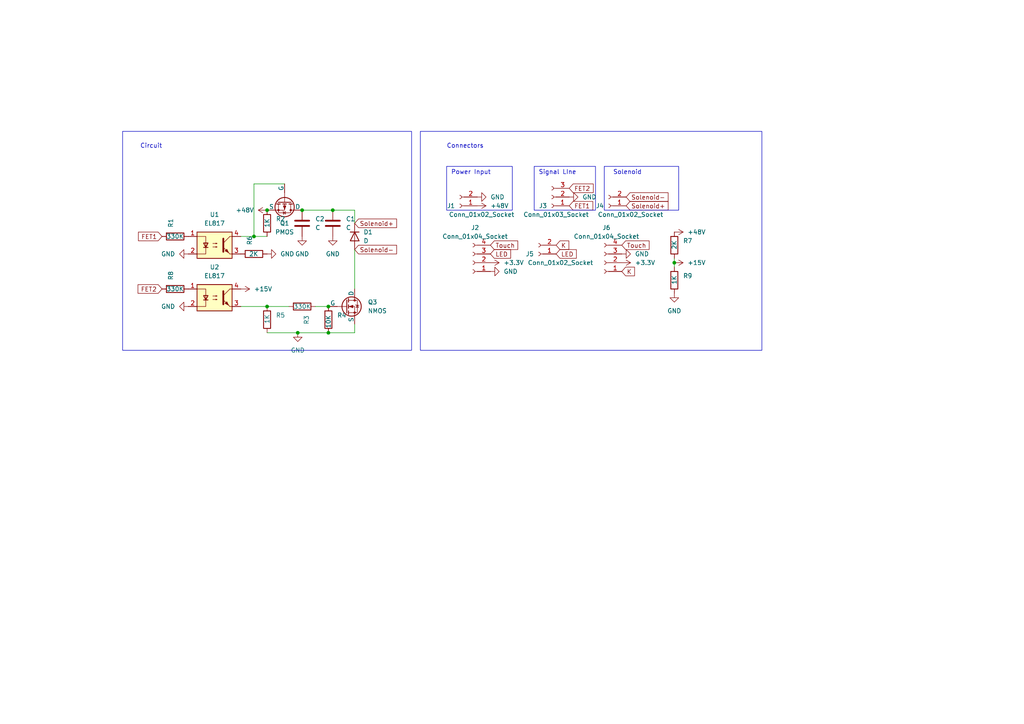
<source format=kicad_sch>
(kicad_sch (version 20230121) (generator eeschema)
  (paper "A4")
  (lib_symbols
    (symbol "Connector:Conn_01x02_Socket" (pin_names (offset 1.016) hide)
      (property "Reference" "J" (at 0 2.54 0))
      (property "Value" "Conn_01x02_Socket" (at 0 -5.08 0))
      (symbol "Conn_01x02_Socket_1_1"
        (arc (start 0 -2.032) (mid -0.5058 -2.54) (end 0 -3.048) (stroke (width 0.1524)))
        (polyline (pts (xy -1.27 -2.54) (xy -0.508 -2.54)) (stroke (width 0.1524)))
        (polyline (pts (xy -1.27 0) (xy -0.508 0)) (stroke (width 0.1524)))
        (arc (start 0 0.508) (mid -0.5058 0) (end 0 -0.508) (stroke (width 0.1524)))
        (pin passive line (at -5.08 0 0) (length 3.81) (name "Pin_1") (number "1"))
        (pin passive line (at -5.08 -2.54 0) (length 3.81) (name "Pin_2") (number "2"))
      )
    )
    (symbol "Connector:Conn_01x03_Socket" (pin_names (offset 1.016) hide)
      (property "Reference" "J" (at 0 5.08 0))
      (property "Value" "Conn_01x03_Socket" (at 0 -5.08 0))
      (symbol "Conn_01x03_Socket_1_1"
        (arc (start 0 -2.032) (mid -0.5058 -2.54) (end 0 -3.048) (stroke (width 0.1524)))
        (polyline (pts (xy -1.27 -2.54) (xy -0.508 -2.54)) (stroke (width 0.1524)))
        (polyline (pts (xy -1.27 0) (xy -0.508 0)) (stroke (width 0.1524)))
        (polyline (pts (xy -1.27 2.54) (xy -0.508 2.54)) (stroke (width 0.1524)))
        (arc (start 0 0.508) (mid -0.5058 0) (end 0 -0.508) (stroke (width 0.1524)))
        (arc (start 0 3.048) (mid -0.5058 2.54) (end 0 2.032) (stroke (width 0.1524)))
        (pin passive line (at -5.08 2.54 0) (length 3.81) (name "Pin_1") (number "1"))
        (pin passive line (at -5.08 0 0) (length 3.81) (name "Pin_2") (number "2"))
        (pin passive line (at -5.08 -2.54 0) (length 3.81) (name "Pin_3") (number "3"))
      )
    )
    (symbol "Connector:Conn_01x04_Socket" (pin_names (offset 1.016) hide)
      (property "Reference" "J" (at 0 5.08 0))
      (property "Value" "Conn_01x04_Socket" (at 0 -7.62 0))
      (symbol "Conn_01x04_Socket_1_1"
        (arc (start 0 -4.572) (mid -0.5058 -5.08) (end 0 -5.588) (stroke (width 0.1524)))
        (arc (start 0 -2.032) (mid -0.5058 -2.54) (end 0 -3.048) (stroke (width 0.1524)))
        (polyline (pts (xy -1.27 -5.08) (xy -0.508 -5.08)) (stroke (width 0.1524)))
        (polyline (pts (xy -1.27 -2.54) (xy -0.508 -2.54)) (stroke (width 0.1524)))
        (polyline (pts (xy -1.27 0) (xy -0.508 0)) (stroke (width 0.1524)))
        (polyline (pts (xy -1.27 2.54) (xy -0.508 2.54)) (stroke (width 0.1524)))
        (arc (start 0 0.508) (mid -0.5058 0) (end 0 -0.508) (stroke (width 0.1524)))
        (arc (start 0 3.048) (mid -0.5058 2.54) (end 0 2.032) (stroke (width 0.1524)))
        (pin passive line (at -5.08 2.54 0) (length 3.81) (name "Pin_1") (number "1"))
        (pin passive line (at -5.08 0 0) (length 3.81) (name "Pin_2") (number "2"))
        (pin passive line (at -5.08 -2.54 0) (length 3.81) (name "Pin_3") (number "3"))
        (pin passive line (at -5.08 -5.08 0) (length 3.81) (name "Pin_4") (number "4"))
      )
    )
    (symbol "Device:C" (pin_numbers hide) (pin_names (offset 0.254))
      (property "Reference" "C" (at 0.635 2.54 0))
      (property "Value" "C" (at 0.635 -2.54 0))
      (symbol "C_0_1"
        (polyline (pts (xy -2.032 -0.762) (xy 2.032 -0.762)) (stroke (width 0.508)))
        (polyline (pts (xy -2.032 0.762) (xy 2.032 0.762)) (stroke (width 0.508)))
      )
      (symbol "C_1_1"
        (pin passive line (at 0 3.81 270) (length 2.794) (name "~") (number "1"))
        (pin passive line (at 0 -3.81 90) (length 2.794) (name "~") (number "2"))
      )
    )
    (symbol "Device:D" (pin_numbers hide) (pin_names (offset 1.016) hide)
      (property "Reference" "D" (at 0 2.54 0))
      (property "Value" "D" (at 0 -2.54 0))
      (symbol "D_0_1"
        (polyline (pts (xy -1.27 1.27) (xy -1.27 -1.27)) (stroke (width 0.254)))
        (polyline (pts (xy 1.27 0) (xy -1.27 0)))
        (polyline (pts (xy 1.27 1.27) (xy 1.27 -1.27) (xy -1.27 0) (xy 1.27 1.27)) (stroke (width 0.254)))
      )
      (symbol "D_1_1"
        (pin passive line (at -3.81 0 0) (length 2.54) (name "K") (number "1"))
        (pin passive line (at 3.81 0 180) (length 2.54) (name "A") (number "2"))
      )
    )
    (symbol "Device:R" (pin_numbers hide) (pin_names (offset 0))
      (property "Reference" "R" (at 2.032 0 90))
      (property "Value" "R" (at 0 0 90))
      (symbol "R_0_1"
        (rectangle (start -1.016 -2.54) (end 1.016 2.54) (stroke (width 0.254)))
      )
      (symbol "R_1_1"
        (pin passive line (at 0 3.81 270) (length 1.27) (name "~") (number "1"))
        (pin passive line (at 0 -3.81 90) (length 1.27) (name "~") (number "2"))
      )
    )
    (symbol "Isolator:EL817" (pin_names (offset 1.016))
      (property "Reference" "U" (at -5.08 5.08 0))
      (property "Value" "EL817" (at 0 5.08 0))
      (symbol "EL817_0_1"
        (rectangle (start -5.08 3.81) (end 5.08 -3.81) (stroke (width 0.254)) (fill (type background)))
        (polyline (pts (xy -3.175 -0.635) (xy -1.905 -0.635)) (stroke (width 0.254)))
        (polyline (pts (xy 2.54 0.635) (xy 4.445 2.54)))
        (polyline (pts (xy 4.445 -2.54) (xy 2.54 -0.635)) (fill (type outline)))
        (polyline (pts (xy 4.445 -2.54) (xy 5.08 -2.54)))
        (polyline (pts (xy 4.445 2.54) (xy 5.08 2.54)))
        (polyline (pts (xy -5.08 2.54) (xy -2.54 2.54) (xy -2.54 -0.635)))
        (polyline (pts (xy -2.54 -0.635) (xy -2.54 -2.54) (xy -5.08 -2.54)))
        (polyline (pts (xy 2.54 1.905) (xy 2.54 -1.905) (xy 2.54 -1.905)) (stroke (width 0.508)))
        (polyline (pts (xy -2.54 -0.635) (xy -3.175 0.635) (xy -1.905 0.635) (xy -2.54 -0.635)) (stroke (width 0.254)))
        (polyline (pts (xy -0.508 -0.508) (xy 0.762 -0.508) (xy 0.381 -0.635) (xy 0.381 -0.381) (xy 0.762 -0.508)))
        (polyline (pts (xy -0.508 0.508) (xy 0.762 0.508) (xy 0.381 0.381) (xy 0.381 0.635) (xy 0.762 0.508)))
        (polyline (pts (xy 3.048 -1.651) (xy 3.556 -1.143) (xy 4.064 -2.159) (xy 3.048 -1.651) (xy 3.048 -1.651)) (fill (type outline)))
      )
      (symbol "EL817_1_1"
        (pin passive line (at -7.62 2.54 0) (length 2.54) (name "~") (number "1"))
        (pin passive line (at -7.62 -2.54 0) (length 2.54) (name "~") (number "2"))
        (pin passive line (at 7.62 -2.54 180) (length 2.54) (name "~") (number "3"))
        (pin passive line (at 7.62 2.54 180) (length 2.54) (name "~") (number "4"))
      )
    )
    (symbol "Simulation_SPICE:NMOS" (pin_numbers hide) (pin_names (offset 0))
      (property "Reference" "Q" (at 5.08 1.27 0))
      (property "Value" "NMOS" (at 5.08 -1.27 0))
      (symbol "NMOS_0_1"
        (polyline (pts (xy 0.254 0) (xy -2.54 0)))
        (polyline (pts (xy 0.254 1.905) (xy 0.254 -1.905)) (stroke (width 0.254)))
        (polyline (pts (xy 0.762 -1.27) (xy 0.762 -2.286)) (stroke (width 0.254)))
        (polyline (pts (xy 0.762 0.508) (xy 0.762 -0.508)) (stroke (width 0.254)))
        (polyline (pts (xy 0.762 2.286) (xy 0.762 1.27)) (stroke (width 0.254)))
        (polyline (pts (xy 2.54 2.54) (xy 2.54 1.778)))
        (polyline (pts (xy 2.54 -2.54) (xy 2.54 0) (xy 0.762 0)))
        (polyline (pts (xy 0.762 -1.778) (xy 3.302 -1.778) (xy 3.302 1.778) (xy 0.762 1.778)))
        (polyline (pts (xy 1.016 0) (xy 2.032 0.381) (xy 2.032 -0.381) (xy 1.016 0)) (fill (type outline)))
        (polyline (pts (xy 2.794 0.508) (xy 2.921 0.381) (xy 3.683 0.381) (xy 3.81 0.254)))
        (polyline (pts (xy 3.302 0.381) (xy 2.921 -0.254) (xy 3.683 -0.254) (xy 3.302 0.381)))
        (circle (center 1.651 0) (radius 2.794) (stroke (width 0.254)))
        (circle (center 2.54 -1.778) (radius 0.254) (fill (type outline)))
        (circle (center 2.54 1.778) (radius 0.254) (fill (type outline)))
      )
      (symbol "NMOS_1_1"
        (pin passive line (at 2.54 5.08 270) (length 2.54) (name "D") (number "1"))
        (pin input line (at -5.08 0 0) (length 2.54) (name "G") (number "2"))
        (pin passive line (at 2.54 -5.08 90) (length 2.54) (name "S") (number "3"))
      )
    )
    (symbol "Simulation_SPICE:PMOS" (pin_numbers hide) (pin_names (offset 0))
      (property "Reference" "Q" (at 5.08 1.27 0))
      (property "Value" "PMOS" (at 5.08 -1.27 0))
      (symbol "PMOS_0_1"
        (polyline (pts (xy 0.254 0) (xy -2.54 0)))
        (polyline (pts (xy 0.254 1.905) (xy 0.254 -1.905)) (stroke (width 0.254)))
        (polyline (pts (xy 0.762 -1.27) (xy 0.762 -2.286)) (stroke (width 0.254)))
        (polyline (pts (xy 0.762 0.508) (xy 0.762 -0.508)) (stroke (width 0.254)))
        (polyline (pts (xy 0.762 2.286) (xy 0.762 1.27)) (stroke (width 0.254)))
        (polyline (pts (xy 2.54 2.54) (xy 2.54 1.778)))
        (polyline (pts (xy 2.54 -2.54) (xy 2.54 0) (xy 0.762 0)))
        (polyline (pts (xy 0.762 1.778) (xy 3.302 1.778) (xy 3.302 -1.778) (xy 0.762 -1.778)))
        (polyline (pts (xy 2.286 0) (xy 1.27 0.381) (xy 1.27 -0.381) (xy 2.286 0)) (fill (type outline)))
        (polyline (pts (xy 2.794 -0.508) (xy 2.921 -0.381) (xy 3.683 -0.381) (xy 3.81 -0.254)))
        (polyline (pts (xy 3.302 -0.381) (xy 2.921 0.254) (xy 3.683 0.254) (xy 3.302 -0.381)))
        (circle (center 1.651 0) (radius 2.794) (stroke (width 0.254)))
        (circle (center 2.54 -1.778) (radius 0.254) (fill (type outline)))
        (circle (center 2.54 1.778) (radius 0.254) (fill (type outline)))
      )
      (symbol "PMOS_1_1"
        (pin passive line (at 2.54 5.08 270) (length 2.54) (name "D") (number "1"))
        (pin input line (at -5.08 0 0) (length 2.54) (name "G") (number "2"))
        (pin passive line (at 2.54 -5.08 90) (length 2.54) (name "S") (number "3"))
      )
    )
    (symbol "power:+15V" (power) (pin_names (offset 0))
      (property "Value" "+15V" (at 0 3.556 0))
      (symbol "+15V_0_1"
        (polyline (pts (xy -0.762 1.27) (xy 0 2.54)))
        (polyline (pts (xy 0 0) (xy 0 2.54)))
        (polyline (pts (xy 0 2.54) (xy 0.762 1.27)))
      )
      (symbol "+15V_1_1"
        (pin power_in line (at 0 0 90) (length 0) hide (name "+15V") (number "1"))
      )
    )
    (symbol "power:+3.3V" (power) (pin_names (offset 0))
      (property "Value" "+3.3V" (at 0 3.556 0))
      (symbol "+3.3V_0_1"
        (polyline (pts (xy -0.762 1.27) (xy 0 2.54)))
        (polyline (pts (xy 0 0) (xy 0 2.54)))
        (polyline (pts (xy 0 2.54) (xy 0.762 1.27)))
      )
      (symbol "+3.3V_1_1"
        (pin power_in line (at 0 0 90) (length 0) hide (name "+3.3V") (number "1"))
      )
    )
    (symbol "power:+48V" (power) (pin_names (offset 0))
      (property "Value" "+48V" (at 0 3.556 0))
      (symbol "+48V_0_1"
        (polyline (pts (xy -0.762 1.27) (xy 0 2.54)))
        (polyline (pts (xy 0 0) (xy 0 2.54)))
        (polyline (pts (xy 0 2.54) (xy 0.762 1.27)))
      )
      (symbol "+48V_1_1"
        (pin power_in line (at 0 0 90) (length 0) hide (name "+48V") (number "1"))
      )
    )
    (symbol "power:GND" (power) (pin_names (offset 0))
      (property "Value" "GND" (at 0 -3.81 0))
      (symbol "GND_0_1"
        (polyline (pts (xy 0 0) (xy 0 -1.27) (xy 1.27 -1.27) (xy 0 -2.54) (xy -1.27 -1.27) (xy 0 -1.27)))
      )
      (symbol "GND_1_1"
        (pin power_in line (at 0 0 270) (length 0) hide (name "GND") (number "1"))
      )
    )
  )
  (junction (at 73.66 68.58))
  (junction (at 96.52 60.96))
  (junction (at 95.25 88.9))
  (junction (at 95.25 96.52))
  (junction (at 195.58 76.2))
  (junction (at 87.63 60.96))
  (junction (at 77.47 60.96))
  (junction (at 77.47 88.9))
  (junction (at 86.36 96.52))
  (wire (pts (xy 195.58 74.93) (xy 195.58 76.2)))
  (wire (pts (xy 95.25 96.52) (xy 102.87 96.52)))
  (wire (pts (xy 86.36 96.52) (xy 95.25 96.52)))
  (wire (pts (xy 87.63 60.96) (xy 96.52 60.96)))
  (wire (pts (xy 69.85 68.58) (xy 73.66 68.58)))
  (wire (pts (xy 102.87 60.96) (xy 96.52 60.96)))
  (wire (pts (xy 73.66 53.34) (xy 82.55 53.34)))
  (wire (pts (xy 73.66 68.58) (xy 73.66 53.34)))
  (wire (pts (xy 77.47 88.9) (xy 83.82 88.9)))
  (wire (pts (xy 73.66 68.58) (xy 77.47 68.58)))
  (wire (pts (xy 91.44 88.9) (xy 95.25 88.9)))
  (wire (pts (xy 69.85 88.9) (xy 77.47 88.9)))
  (wire (pts (xy 102.87 83.82) (xy 102.87 72.39)))
  (wire (pts (xy 102.87 64.77) (xy 102.87 60.96)))
  (wire (pts (xy 77.47 96.52) (xy 86.36 96.52)))
  (wire (pts (xy 195.58 76.2) (xy 195.58 77.47)))
  (wire (pts (xy 102.87 93.98) (xy 102.87 96.52)))
  (rectangle (start 35.56 38.1) (end 119.38 101.6))
  (rectangle (start 175.26 48.26) (end 196.85 60.96))
  (rectangle (start 154.94 48.26) (end 172.72 60.96))
  (rectangle (start 121.92 38.1) (end 220.98 101.6))
  (rectangle (start 129.54 48.26) (end 148.59 60.96))
  (text "Signal LIne\n" (at 156.21 50.8 0) (effects (font (size 1.27 1.27)) (justify left bottom)))
  (text "Circuit\n" (at 40.64 43.18 0) (effects (font (size 1.27 1.27)) (justify left bottom)))
  (text "Solenoid\n" (at 177.8 50.8 0) (effects (font (size 1.27 1.27)) (justify left bottom)))
  (text "Power Input" (at 130.81 50.8 0) (effects (font (size 1.27 1.27)) (justify left bottom)))
  (text "Connectors" (at 129.54 43.18 0) (effects (font (size 1.27 1.27)) (justify left bottom)))
  (global_label "FET２" (shape input) (at 46.99 83.82 180) (property "Intersheetrefs" "${INTERSHEET_REFS}" (effects hide)))
  (global_label "Solenoid-" (shape input) (at 102.87 72.39 0) (property "Intersheetrefs" "${INTERSHEET_REFS}" (effects hide)))
  (global_label "Touch" (shape input) (at 180.34 71.12 0) (property "Intersheetrefs" "${INTERSHEET_REFS}" (effects hide)))
  (global_label "K" (shape input) (at 161.29 71.12 0) (property "Intersheetrefs" "${INTERSHEET_REFS}" (effects hide)))
  (global_label "K" (shape input) (at 180.34 78.74 0) (property "Intersheetrefs" "${INTERSHEET_REFS}" (effects hide)))
  (global_label "Solenoid+" (shape input) (at 181.61 59.69 0) (property "Intersheetrefs" "${INTERSHEET_REFS}" (effects hide)))
  (global_label "Solenoid-" (shape input) (at 181.61 57.15 0) (property "Intersheetrefs" "${INTERSHEET_REFS}" (effects hide)))
  (global_label "Solenoid+" (shape input) (at 102.87 64.77 0) (property "Intersheetrefs" "${INTERSHEET_REFS}" (effects hide)))
  (global_label "LED" (shape input) (at 142.24 73.66 0) (property "Intersheetrefs" "${INTERSHEET_REFS}" (effects hide)))
  (global_label "FET２" (shape input) (at 165.1 54.61 0) (property "Intersheetrefs" "${INTERSHEET_REFS}" (effects hide)))
  (global_label "LED" (shape input) (at 161.29 73.66 0) (property "Intersheetrefs" "${INTERSHEET_REFS}" (effects hide)))
  (global_label "FET1" (shape input) (at 165.1 59.69 0) (property "Intersheetrefs" "${INTERSHEET_REFS}" (effects hide)))
  (global_label "Touch" (shape input) (at 142.24 71.12 0) (property "Intersheetrefs" "${INTERSHEET_REFS}" (effects hide)))
  (global_label "FET1" (shape input) (at 46.99 68.58 180) (property "Intersheetrefs" "${INTERSHEET_REFS}" (effects hide)))
  (symbol (lib_id "power:GND") (at 195.58 85.09 0) (unit 1)
    (property "Reference" "#PWR018" (effects hide))
    (property "Value" "GND" (at 195.58 90.17 0))
  )
  (symbol (lib_id "Connector:Conn_01x02_Socket") (at 176.53 59.69 180) (unit 1)
    (property "Reference" "J4" (at 173.99 59.69 0))
    (property "Value" "Conn_01x02_Socket" (at 182.88 62.23 0))
    (property "Footprint" "Connector_JST:JST_XH_B2B-XH-A_1x02_P2.50mm_Vertical" (effects hide))
  )
  (symbol (lib_id "Connector:Conn_01x04_Socket") (at 137.16 76.2 180) (unit 1)
    (property "Reference" "J2" (at 137.795 66.04 0))
    (property "Value" "Conn_01x04_Socket" (at 137.795 68.58 0))
    (property "Footprint" "Connector_JST:JST_XH_B4B-XH-A_1x04_P2.50mm_Vertical" (effects hide))
  )
  (symbol (lib_id "Device:R") (at 73.66 73.66 90) (unit 1)
    (property "Reference" "R6" (at 72.39 71.12 0) (effects (justify left)))
    (property "Value" "2K" (at 74.93 73.66 90) (effects (justify left)))
    (property "Footprint" "Resistor_THT:R_Axial_DIN0204_L3.6mm_D1.6mm_P5.08mm_Horizontal" (effects hide))
  )
  (symbol (lib_id "power:GND") (at 54.61 73.66 270) (unit 1)
    (property "Reference" "#PWR06" (effects hide))
    (property "Value" "GND" (at 50.8 73.66 90) (effects (justify right)))
  )
  (symbol (lib_id "power:GND") (at 77.47 73.66 90) (unit 1)
    (property "Reference" "#PWR05" (effects hide))
    (property "Value" "GND" (at 81.28 73.66 90) (effects (justify right)))
  )
  (symbol (lib_id "Device:C") (at 96.52 64.77 0) (unit 1)
    (property "Reference" "C1" (at 100.33 63.5 0) (effects (justify left)))
    (property "Value" "C" (at 100.33 66.04 0) (effects (justify left)))
    (property "Footprint" "Connector_JST:JST_XH_B2B-XH-A_1x02_P2.50mm_Vertical" (effects hide))
  )
  (symbol (lib_id "power:GND") (at 138.43 57.15 90) (unit 1)
    (property "Reference" "#PWR010" (effects hide))
    (property "Value" "GND" (at 142.24 57.15 90) (effects (justify right)))
  )
  (symbol (lib_id "Device:R") (at 50.8 68.58 90) (unit 1)
    (property "Reference" "R1" (at 49.53 66.04 0) (effects (justify left)))
    (property "Value" "330K" (at 53.34 68.58 90) (effects (justify left)))
    (property "Footprint" "Resistor_THT:R_Axial_DIN0204_L3.6mm_D1.6mm_P5.08mm_Horizontal" (effects hide))
  )
  (symbol (lib_id "Connector:Conn_01x04_Socket") (at 175.26 76.2 180) (unit 1)
    (property "Reference" "J6" (at 175.895 66.04 0))
    (property "Value" "Conn_01x04_Socket" (at 175.895 68.58 0))
    (property "Footprint" "Connector_JST:JST_XH_B4B-XH-A_1x04_P2.50mm_Vertical" (effects hide))
  )
  (symbol (lib_id "power:+48V") (at 77.47 60.96 90) (unit 1)
    (property "Reference" "#PWR01" (effects hide))
    (property "Value" "+48V" (at 73.66 60.96 90) (effects (justify left)))
  )
  (symbol (lib_id "Device:R") (at 77.47 64.77 0) (unit 1)
    (property "Reference" "R2" (at 80.01 63.5 0) (effects (justify left)))
    (property "Value" "1K" (at 77.47 66.04 90) (effects (justify left)))
    (property "Footprint" "Resistor_THT:R_Axial_DIN0204_L3.6mm_D1.6mm_P5.08mm_Horizontal" (effects hide))
  )
  (symbol (lib_id "Device:R") (at 87.63 88.9 270) (unit 1)
    (property "Reference" "R3" (at 88.9 91.44 0) (effects (justify left)))
    (property "Value" "330K" (at 85.09 88.9 90) (effects (justify left)))
    (property "Footprint" "Resistor_THT:R_Axial_DIN0204_L3.6mm_D1.6mm_P5.08mm_Horizontal" (effects hide))
  )
  (symbol (lib_id "power:GND") (at 96.52 68.58 0) (unit 1)
    (property "Reference" "#PWR03" (effects hide))
    (property "Value" "GND" (at 96.52 73.66 0))
  )
  (symbol (lib_id "Simulation_SPICE:PMOS") (at 82.55 58.42 270) (unit 1)
    (property "Reference" "Q1" (at 82.55 64.77 90))
    (property "Value" "PMOS" (at 82.55 67.31 90))
    (property "Footprint" "K15A20D:K15A20D" (effects hide))
    (property "Datasheet" "https://ngspice.sourceforge.io/docs/ngspice-manual.pdf" (effects hide))
    (property "Sim.Device" "PMOS" (effects hide))
    (property "Sim.Type" "VDMOS" (effects hide))
    (property "Sim.Pins" "1=D 2=G 3=S" (effects hide))
  )
  (symbol (lib_id "Device:R") (at 95.25 92.71 0) (unit 1)
    (property "Reference" "R4" (at 97.79 91.44 0) (effects (justify left)))
    (property "Value" "10K" (at 95.25 95.25 90) (effects (justify left)))
    (property "Footprint" "Resistor_THT:R_Axial_DIN0204_L3.6mm_D1.6mm_P5.08mm_Horizontal" (effects hide))
  )
  (symbol (lib_id "Device:R") (at 77.47 92.71 0) (unit 1)
    (property "Reference" "R5" (at 80.01 91.44 0) (effects (justify left)))
    (property "Value" "１K" (at 77.47 93.98 90) (effects (justify left)))
    (property "Footprint" "Resistor_THT:R_Axial_DIN0204_L3.6mm_D1.6mm_P5.08mm_Horizontal" (effects hide))
  )
  (symbol (lib_id "power:GND") (at 180.34 73.66 90) (unit 1)
    (property "Reference" "#PWR015" (effects hide))
    (property "Value" "GND" (at 184.15 73.66 90) (effects (justify right)))
  )
  (symbol (lib_id "power:GND") (at 86.36 96.52 0) (unit 1)
    (property "Reference" "#PWR08" (effects hide))
    (property "Value" "GND" (at 86.36 101.6 0))
  )
  (symbol (lib_id "Device:C") (at 87.63 64.77 0) (unit 1)
    (property "Reference" "C2" (at 91.44 63.5 0) (effects (justify left)))
    (property "Value" "C" (at 91.44 66.04 0) (effects (justify left)))
    (property "Footprint" "Connector_JST:JST_XH_B2B-XH-A_1x02_P2.50mm_Vertical" (effects hide))
  )
  (symbol (lib_id "power:+3.3V") (at 142.24 76.2 270) (unit 1)
    (property "Reference" "#PWR013" (effects hide))
    (property "Value" "+3.3V" (at 146.05 76.2 90) (effects (justify left)))
  )
  (symbol (lib_id "power:+48V") (at 195.58 67.31 270) (unit 1)
    (property "Reference" "#PWR017" (effects hide))
    (property "Value" "+48V" (at 199.39 67.31 90) (effects (justify left)))
  )
  (symbol (lib_id "Device:R") (at 50.8 83.82 90) (unit 1)
    (property "Reference" "R8" (at 49.53 81.28 0) (effects (justify left)))
    (property "Value" "330K" (at 53.34 83.82 90) (effects (justify left)))
    (property "Footprint" "Resistor_THT:R_Axial_DIN0204_L3.6mm_D1.6mm_P5.08mm_Horizontal" (effects hide))
  )
  (symbol (lib_id "power:GND") (at 54.61 88.9 270) (unit 1)
    (property "Reference" "#PWR07" (effects hide))
    (property "Value" "GND" (at 50.8 88.9 90) (effects (justify right)))
  )
  (symbol (lib_id "Simulation_SPICE:NMOS") (at 100.33 88.9 0) (unit 1)
    (property "Reference" "Q3" (at 106.68 87.63 0) (effects (justify left)))
    (property "Value" "NMOS" (at 106.68 90.17 0) (effects (justify left)))
    (property "Footprint" "K15A20D:K15A20D" (effects hide))
    (property "Datasheet" "https://ngspice.sourceforge.io/docs/ngspice-manual.pdf" (effects hide))
    (property "Sim.Device" "NMOS" (effects hide))
    (property "Sim.Type" "VDMOS" (effects hide))
    (property "Sim.Pins" "1=D 2=G 3=S" (effects hide))
  )
  (symbol (lib_id "Device:R") (at 195.58 81.28 0) (unit 1)
    (property "Reference" "R9" (at 198.12 80.01 0) (effects (justify left)))
    (property "Value" "1K" (at 195.58 82.55 90) (effects (justify left)))
    (property "Footprint" "Resistor_THT:R_Axial_DIN0204_L3.6mm_D1.6mm_P5.08mm_Horizontal" (effects hide))
  )
  (symbol (lib_id "power:GND") (at 142.24 78.74 90) (unit 1)
    (property "Reference" "#PWR012" (effects hide))
    (property "Value" "GND" (at 146.05 78.74 90) (effects (justify right)))
  )
  (symbol (lib_id "power:GND") (at 87.63 68.58 0) (unit 1)
    (property "Reference" "#PWR02" (effects hide))
    (property "Value" "GND" (at 87.63 73.66 0))
  )
  (symbol (lib_id "Connector:Conn_01x03_Socket") (at 160.02 57.15 180) (unit 1)
    (property "Reference" "J3" (at 157.48 59.69 0))
    (property "Value" "Conn_01x03_Socket" (at 161.29 62.23 0))
    (property "Footprint" "Connector_JST:JST_XH_B3B-XH-A_1x03_P2.50mm_Vertical" (effects hide))
  )
  (symbol (lib_id "power:+48V") (at 138.43 59.69 270) (unit 1)
    (property "Reference" "#PWR09" (effects hide))
    (property "Value" "+48V" (at 142.24 59.69 90) (effects (justify left)))
  )
  (symbol (lib_id "Connector:Conn_01x02_Socket") (at 156.21 73.66 180) (unit 1)
    (property "Reference" "J5" (at 153.67 73.66 0))
    (property "Value" "Conn_01x02_Socket" (at 162.56 76.2 0))
    (property "Footprint" "Connector_JST:JST_XH_B2B-XH-A_1x02_P2.50mm_Vertical" (effects hide))
  )
  (symbol (lib_id "power:+15V") (at 69.85 83.82 270) (unit 1)
    (property "Reference" "#PWR04" (effects hide))
    (property "Value" "+15V" (at 73.66 83.82 90) (effects (justify left)))
  )
  (symbol (lib_id "Device:D") (at 102.87 68.58 270) (unit 1)
    (property "Reference" "D1" (at 105.41 67.31 90) (effects (justify left)))
    (property "Value" "D" (at 105.41 69.85 90) (effects (justify left)))
    (property "Footprint" "Diode_THT:D_DO-15_P10.16mm_Horizontal" (effects hide))
    (property "Sim.Device" "D" (effects hide))
    (property "Sim.Pins" "1=K 2=A" (effects hide))
  )
  (symbol (lib_id "Connector:Conn_01x02_Socket") (at 133.35 59.69 180) (unit 1)
    (property "Reference" "J1" (at 130.81 59.69 0))
    (property "Value" "Conn_01x02_Socket" (at 139.7 62.23 0))
    (property "Footprint" "Connector_JST:JST_VH_B2P-VH_1x02_P3.96mm_Vertical" (effects hide))
  )
  (symbol (lib_id "Isolator:EL817") (at 62.23 86.36 0) (unit 1)
    (property "Reference" "U2" (at 62.23 77.47 0))
    (property "Value" "EL817" (at 62.23 80.01 0))
    (property "Footprint" "Package_DIP:DIP-4_W7.62mm" (effects hide))
    (property "Datasheet" "http://www.everlight.com/file/ProductFile/EL817.pdf" (effects hide))
  )
  (symbol (lib_id "Device:R") (at 195.58 71.12 0) (unit 1)
    (property "Reference" "R7" (at 198.12 69.85 0) (effects (justify left)))
    (property "Value" "2K" (at 195.58 72.39 90) (effects (justify left)))
    (property "Footprint" "Resistor_THT:R_Axial_DIN0204_L3.6mm_D1.6mm_P5.08mm_Horizontal" (effects hide))
  )
  (symbol (lib_id "power:+15V") (at 195.58 76.2 270) (unit 1)
    (property "Reference" "#PWR016" (effects hide))
    (property "Value" "+15V" (at 199.39 76.2 90) (effects (justify left)))
  )
  (symbol (lib_id "power:GND") (at 165.1 57.15 90) (unit 1)
    (property "Reference" "#PWR011" (effects hide))
    (property "Value" "GND" (at 168.91 57.15 90) (effects (justify right)))
  )
  (symbol (lib_id "power:+3.3V") (at 180.34 76.2 270) (unit 1)
    (property "Reference" "#PWR014" (effects hide))
    (property "Value" "+3.3V" (at 184.15 76.2 90) (effects (justify left)))
  )
  (symbol (lib_id "Isolator:EL817") (at 62.23 71.12 0) (unit 1)
    (property "Reference" "U1" (at 62.23 62.23 0))
    (property "Value" "EL817" (at 62.23 64.77 0))
    (property "Footprint" "Package_DIP:DIP-4_W7.62mm" (effects hide))
    (property "Datasheet" "http://www.everlight.com/file/ProductFile/EL817.pdf" (effects hide))
  )
)
</source>
